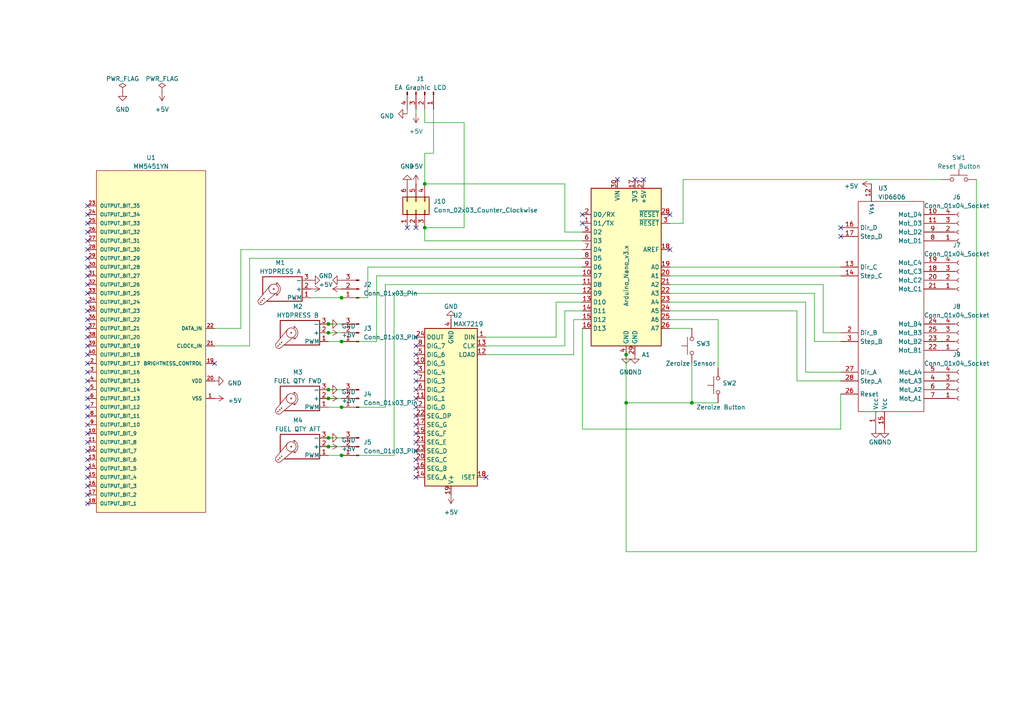
<source format=kicad_sch>
(kicad_sch (version 20230121) (generator eeschema)
  (paper "A4")
  (lib_symbols
    (symbol "Connector:Conn_01x03_Pin" (pin_names (offset 1.016) hide)
      (property "Reference" "J" (at 0 5.08 0))
      (property "Value" "Conn_01x03_Pin" (at 0 -5.08 0))
      (symbol "Conn_01x03_Pin_1_1"
        (polyline (pts (xy 1.27 -2.54) (xy 0.8636 -2.54)) (stroke (width 0.1524)))
        (polyline (pts (xy 1.27 0) (xy 0.8636 0)) (stroke (width 0.1524)))
        (polyline (pts (xy 1.27 2.54) (xy 0.8636 2.54)) (stroke (width 0.1524)))
        (rectangle (start 0.8636 -2.413) (end 0 -2.667) (stroke (width 0.1524)) (fill (type outline)))
        (rectangle (start 0.8636 0.127) (end 0 -0.127) (stroke (width 0.1524)) (fill (type outline)))
        (rectangle (start 0.8636 2.667) (end 0 2.413) (stroke (width 0.1524)) (fill (type outline)))
        (pin passive line (at 5.08 2.54 180) (length 3.81) (name "Pin_1") (number "1"))
        (pin passive line (at 5.08 0 180) (length 3.81) (name "Pin_2") (number "2"))
        (pin passive line (at 5.08 -2.54 180) (length 3.81) (name "Pin_3") (number "3"))
      )
    )
    (symbol "Connector:Conn_01x04_Pin" (pin_names (offset 1.016) hide)
      (property "Reference" "J" (at 0 5.08 0))
      (property "Value" "Conn_01x04_Pin" (at 0 -7.62 0))
      (symbol "Conn_01x04_Pin_1_1"
        (polyline (pts (xy 1.27 -5.08) (xy 0.8636 -5.08)) (stroke (width 0.1524)))
        (polyline (pts (xy 1.27 -2.54) (xy 0.8636 -2.54)) (stroke (width 0.1524)))
        (polyline (pts (xy 1.27 0) (xy 0.8636 0)) (stroke (width 0.1524)))
        (polyline (pts (xy 1.27 2.54) (xy 0.8636 2.54)) (stroke (width 0.1524)))
        (rectangle (start 0.8636 -4.953) (end 0 -5.207) (stroke (width 0.1524)) (fill (type outline)))
        (rectangle (start 0.8636 -2.413) (end 0 -2.667) (stroke (width 0.1524)) (fill (type outline)))
        (rectangle (start 0.8636 0.127) (end 0 -0.127) (stroke (width 0.1524)) (fill (type outline)))
        (rectangle (start 0.8636 2.667) (end 0 2.413) (stroke (width 0.1524)) (fill (type outline)))
        (pin passive line (at 5.08 2.54 180) (length 3.81) (name "Pin_1") (number "1"))
        (pin passive line (at 5.08 0 180) (length 3.81) (name "Pin_2") (number "2"))
        (pin passive line (at 5.08 -2.54 180) (length 3.81) (name "Pin_3") (number "3"))
        (pin passive line (at 5.08 -5.08 180) (length 3.81) (name "Pin_4") (number "4"))
      )
    )
    (symbol "Connector:Conn_01x04_Socket" (pin_names (offset 1.016) hide)
      (property "Reference" "J" (at 0 5.08 0))
      (property "Value" "Conn_01x04_Socket" (at 0 -7.62 0))
      (symbol "Conn_01x04_Socket_1_1"
        (arc (start 0 -4.572) (mid -0.5058 -5.08) (end 0 -5.588) (stroke (width 0.1524)))
        (arc (start 0 -2.032) (mid -0.5058 -2.54) (end 0 -3.048) (stroke (width 0.1524)))
        (polyline (pts (xy -1.27 -5.08) (xy -0.508 -5.08)) (stroke (width 0.1524)))
        (polyline (pts (xy -1.27 -2.54) (xy -0.508 -2.54)) (stroke (width 0.1524)))
        (polyline (pts (xy -1.27 0) (xy -0.508 0)) (stroke (width 0.1524)))
        (polyline (pts (xy -1.27 2.54) (xy -0.508 2.54)) (stroke (width 0.1524)))
        (arc (start 0 0.508) (mid -0.5058 0) (end 0 -0.508) (stroke (width 0.1524)))
        (arc (start 0 3.048) (mid -0.5058 2.54) (end 0 2.032) (stroke (width 0.1524)))
        (pin passive line (at -5.08 2.54 0) (length 3.81) (name "Pin_1") (number "1"))
        (pin passive line (at -5.08 0 0) (length 3.81) (name "Pin_2") (number "2"))
        (pin passive line (at -5.08 -2.54 0) (length 3.81) (name "Pin_3") (number "3"))
        (pin passive line (at -5.08 -5.08 0) (length 3.81) (name "Pin_4") (number "4"))
      )
    )
    (symbol "Connector_Generic:Conn_02x03_Counter_Clockwise" (pin_names (offset 1.016) hide)
      (property "Reference" "J" (at 1.27 5.08 0))
      (property "Value" "Conn_02x03_Counter_Clockwise" (at 1.27 -5.08 0))
      (symbol "Conn_02x03_Counter_Clockwise_1_1"
        (rectangle (start -1.27 -2.413) (end 0 -2.667) (stroke (width 0.1524)))
        (rectangle (start -1.27 0.127) (end 0 -0.127) (stroke (width 0.1524)))
        (rectangle (start -1.27 2.667) (end 0 2.413) (stroke (width 0.1524)))
        (rectangle (start -1.27 3.81) (end 3.81 -3.81) (stroke (width 0.254)) (fill (type background)))
        (rectangle (start 3.81 -2.413) (end 2.54 -2.667) (stroke (width 0.1524)))
        (rectangle (start 3.81 0.127) (end 2.54 -0.127) (stroke (width 0.1524)))
        (rectangle (start 3.81 2.667) (end 2.54 2.413) (stroke (width 0.1524)))
        (pin passive line (at -5.08 2.54 0) (length 3.81) (name "Pin_1") (number "1"))
        (pin passive line (at -5.08 0 0) (length 3.81) (name "Pin_2") (number "2"))
        (pin passive line (at -5.08 -2.54 0) (length 3.81) (name "Pin_3") (number "3"))
        (pin passive line (at 7.62 -2.54 180) (length 3.81) (name "Pin_4") (number "4"))
        (pin passive line (at 7.62 0 180) (length 3.81) (name "Pin_5") (number "5"))
        (pin passive line (at 7.62 2.54 180) (length 3.81) (name "Pin_6") (number "6"))
      )
    )
    (symbol "Driver_LED:MAX7219"
      (property "Reference" "U" (at -6.35 24.13 0))
      (property "Value" "MAX7219" (at 1.27 25.4 0))
      (symbol "MAX7219_0_1"
        (rectangle (start -7.62 22.86) (end 7.62 -22.86) (stroke (width 0.254)) (fill (type background)))
      )
      (symbol "MAX7219_1_1"
        (pin input line (at -10.16 -20.32 0) (length 2.54) (name "DIN") (number "1"))
        (pin output line (at 10.16 -12.7 180) (length 2.54) (name "DIG_5") (number "10"))
        (pin output line (at 10.16 -2.54 180) (length 2.54) (name "DIG_1") (number "11"))
        (pin input line (at -10.16 -15.24 0) (length 2.54) (name "LOAD") (number "12"))
        (pin input line (at -10.16 -17.78 0) (length 2.54) (name "CLK") (number "13"))
        (pin output line (at 10.16 20.32 180) (length 2.54) (name "SEG_A") (number "14"))
        (pin output line (at 10.16 7.62 180) (length 2.54) (name "SEG_F") (number "15"))
        (pin output line (at 10.16 17.78 180) (length 2.54) (name "SEG_B") (number "16"))
        (pin output line (at 10.16 5.08 180) (length 2.54) (name "SEG_G") (number "17"))
        (pin input line (at -10.16 20.32 0) (length 2.54) (name "ISET") (number "18"))
        (pin power_in line (at 0 25.4 270) (length 2.54) (name "V+") (number "19"))
        (pin output line (at 10.16 0 180) (length 2.54) (name "DIG_0") (number "2"))
        (pin output line (at 10.16 15.24 180) (length 2.54) (name "SEG_C") (number "20"))
        (pin output line (at 10.16 10.16 180) (length 2.54) (name "SEG_E") (number "21"))
        (pin output line (at 10.16 2.54 180) (length 2.54) (name "SEG_DP") (number "22"))
        (pin output line (at 10.16 12.7 180) (length 2.54) (name "SEG_D") (number "23"))
        (pin output line (at 10.16 -20.32 180) (length 2.54) (name "DOUT") (number "24"))
        (pin output line (at 10.16 -10.16 180) (length 2.54) (name "DIG_4") (number "3"))
        (pin power_in line (at 0 -25.4 90) (length 2.54) (name "GND") (number "4"))
        (pin output line (at 10.16 -15.24 180) (length 2.54) (name "DIG_6") (number "5"))
        (pin output line (at 10.16 -5.08 180) (length 2.54) (name "DIG_2") (number "6"))
        (pin output line (at 10.16 -7.62 180) (length 2.54) (name "DIG_3") (number "7"))
        (pin output line (at 10.16 -17.78 180) (length 2.54) (name "DIG_7") (number "8"))
        (pin passive line (at 0 -25.4 90) (length 2.54) hide (name "GND") (number "9"))
      )
    )
    (symbol "MCU_Module:Arduino_Nano_v3.x"
      (property "Reference" "A" (at -10.16 23.495 0))
      (property "Value" "Arduino_Nano_v3.x" (at 5.08 -24.13 0))
      (symbol "Arduino_Nano_v3.x_0_1"
        (rectangle (start -10.16 22.86) (end 10.16 -22.86) (stroke (width 0.254)) (fill (type background)))
      )
      (symbol "Arduino_Nano_v3.x_1_1"
        (pin bidirectional line (at -12.7 12.7 0) (length 2.54) (name "D1/TX") (number "1"))
        (pin bidirectional line (at -12.7 -2.54 0) (length 2.54) (name "D7") (number "10"))
        (pin bidirectional line (at -12.7 -5.08 0) (length 2.54) (name "D8") (number "11"))
        (pin bidirectional line (at -12.7 -7.62 0) (length 2.54) (name "D9") (number "12"))
        (pin bidirectional line (at -12.7 -10.16 0) (length 2.54) (name "D10") (number "13"))
        (pin bidirectional line (at -12.7 -12.7 0) (length 2.54) (name "D11") (number "14"))
        (pin bidirectional line (at -12.7 -15.24 0) (length 2.54) (name "D12") (number "15"))
        (pin bidirectional line (at -12.7 -17.78 0) (length 2.54) (name "D13") (number "16"))
        (pin power_out line (at 2.54 25.4 270) (length 2.54) (name "3V3") (number "17"))
        (pin input line (at 12.7 5.08 180) (length 2.54) (name "AREF") (number "18"))
        (pin bidirectional line (at 12.7 0 180) (length 2.54) (name "A0") (number "19"))
        (pin bidirectional line (at -12.7 15.24 0) (length 2.54) (name "D0/RX") (number "2"))
        (pin bidirectional line (at 12.7 -2.54 180) (length 2.54) (name "A1") (number "20"))
        (pin bidirectional line (at 12.7 -5.08 180) (length 2.54) (name "A2") (number "21"))
        (pin bidirectional line (at 12.7 -7.62 180) (length 2.54) (name "A3") (number "22"))
        (pin bidirectional line (at 12.7 -10.16 180) (length 2.54) (name "A4") (number "23"))
        (pin bidirectional line (at 12.7 -12.7 180) (length 2.54) (name "A5") (number "24"))
        (pin bidirectional line (at 12.7 -15.24 180) (length 2.54) (name "A6") (number "25"))
        (pin bidirectional line (at 12.7 -17.78 180) (length 2.54) (name "A7") (number "26"))
        (pin power_out line (at 5.08 25.4 270) (length 2.54) (name "+5V") (number "27"))
        (pin input line (at 12.7 15.24 180) (length 2.54) (name "~{RESET}") (number "28"))
        (pin power_in line (at 2.54 -25.4 90) (length 2.54) (name "GND") (number "29"))
        (pin input line (at 12.7 12.7 180) (length 2.54) (name "~{RESET}") (number "3"))
        (pin power_in line (at -2.54 25.4 270) (length 2.54) (name "VIN") (number "30"))
        (pin power_in line (at 0 -25.4 90) (length 2.54) (name "GND") (number "4"))
        (pin bidirectional line (at -12.7 10.16 0) (length 2.54) (name "D2") (number "5"))
        (pin bidirectional line (at -12.7 7.62 0) (length 2.54) (name "D3") (number "6"))
        (pin bidirectional line (at -12.7 5.08 0) (length 2.54) (name "D4") (number "7"))
        (pin bidirectional line (at -12.7 2.54 0) (length 2.54) (name "D5") (number "8"))
        (pin bidirectional line (at -12.7 0 0) (length 2.54) (name "D6") (number "9"))
      )
    )
    (symbol "Motor:Motor_Servo" (pin_names (offset 0.0254))
      (property "Reference" "M" (at -5.08 4.445 0))
      (property "Value" "Motor_Servo" (at -5.08 -4.064 0))
      (symbol "Motor_Servo_0_1"
        (polyline (pts (xy 2.413 -1.778) (xy 2.032 -1.778)))
        (polyline (pts (xy 2.413 -1.778) (xy 2.286 -1.397)))
        (polyline (pts (xy 2.413 1.778) (xy 1.905 1.778)))
        (polyline (pts (xy 2.413 1.778) (xy 2.286 1.397)))
        (polyline (pts (xy 6.35 4.445) (xy 2.54 1.27)))
        (polyline (pts (xy 7.62 3.175) (xy 4.191 -1.016)))
        (polyline (pts (xy 5.08 3.556) (xy -5.08 3.556) (xy -5.08 -3.556) (xy 6.35 -3.556) (xy 6.35 1.524)) (stroke (width 0.254)))
        (arc (start 2.413 1.778) (mid 1.2406 0) (end 2.413 -1.778))
        (circle (center 3.175 0) (radius 0.1778))
        (circle (center 3.175 0) (radius 1.4224))
        (circle (center 5.969 2.794) (radius 0.127))
        (circle (center 6.477 3.302) (radius 0.127))
        (circle (center 6.985 3.81) (radius 0.127))
        (arc (start 7.62 3.175) (mid 7.4485 4.2735) (end 6.35 4.445))
      )
      (symbol "Motor_Servo_1_1"
        (pin passive line (at -7.62 2.54 0) (length 2.54) (name "PWM") (number "1"))
        (pin passive line (at -7.62 0 0) (length 2.54) (name "+") (number "2"))
        (pin passive line (at -7.62 -2.54 0) (length 2.54) (name "-") (number "3"))
      )
    )
    (symbol "Switch:SW_Push" (pin_numbers hide) (pin_names (offset 1.016) hide)
      (property "Reference" "SW" (at 1.27 2.54 0))
      (property "Value" "SW_Push" (at 0 -1.524 0))
      (symbol "SW_Push_0_1"
        (circle (center -2.032 0) (radius 0.508))
        (polyline (pts (xy 0 1.27) (xy 0 3.048)))
        (polyline (pts (xy 2.54 1.27) (xy -2.54 1.27)))
        (circle (center 2.032 0) (radius 0.508))
        (pin passive line (at -5.08 0 0) (length 2.54) (name "1") (number "1"))
        (pin passive line (at 5.08 0 180) (length 2.54) (name "2") (number "2"))
      )
    )
    (symbol "eec:MM5451YN" (pin_names (offset 1.016))
      (property "Reference" "U" (at 0 5.08 0))
      (property "Value" "MM5451YN" (at 0 7.62 0))
      (symbol "MM5451YN_1_1"
        (rectangle (start 36.83 2.54) (end 68.58 -96.52) (fill (type background)))
        (pin power_in line (at 34.29 -30.48 0) (length 2.54) (name "VSS") (number "1"))
        (pin output line (at 71.12 -20.32 180) (length 2.54) (name "OUTPUT_BIT_9") (number "10"))
        (pin output line (at 71.12 -17.78 180) (length 2.54) (name "OUTPUT_BIT_8") (number "11"))
        (pin output line (at 71.12 -15.24 180) (length 2.54) (name "OUTPUT_BIT_7") (number "12"))
        (pin output line (at 71.12 -12.7 180) (length 2.54) (name "OUTPUT_BIT_6") (number "13"))
        (pin output line (at 71.12 -10.16 180) (length 2.54) (name "OUTPUT_BIT_5") (number "14"))
        (pin output line (at 71.12 -7.62 180) (length 2.54) (name "OUTPUT_BIT_4") (number "15"))
        (pin output line (at 71.12 -5.08 180) (length 2.54) (name "OUTPUT_BIT_3") (number "16"))
        (pin output line (at 71.12 -2.54 180) (length 2.54) (name "OUTPUT_BIT_2") (number "17"))
        (pin output line (at 71.12 0 180) (length 2.54) (name "OUTPUT_BIT_1") (number "18"))
        (pin passive line (at 34.29 -40.64 0) (length 2.54) (name "BRIGHTNESS_CONTROL") (number "19"))
        (pin output line (at 71.12 -40.64 180) (length 2.54) (name "OUTPUT_BIT_17") (number "2"))
        (pin power_in line (at 34.29 -35.56 0) (length 2.54) (name "VDD") (number "20"))
        (pin input line (at 34.29 -45.72 0) (length 2.54) (name "CLOCK_IN") (number "21"))
        (pin input line (at 34.29 -50.8 0) (length 2.54) (name "DATA_IN") (number "22"))
        (pin output line (at 71.12 -86.36 180) (length 2.54) (name "OUTPUT_BIT_35") (number "23"))
        (pin output line (at 71.12 -83.82 180) (length 2.54) (name "OUTPUT_BIT_34") (number "24"))
        (pin output line (at 71.12 -81.28 180) (length 2.54) (name "OUTPUT_BIT_33") (number "25"))
        (pin output line (at 71.12 -78.74 180) (length 2.54) (name "OUTPUT_BIT_32") (number "26"))
        (pin output line (at 71.12 -76.2 180) (length 2.54) (name "OUTPUT_BIT_31") (number "27"))
        (pin output line (at 71.12 -73.66 180) (length 2.54) (name "OUTPUT_BIT_30") (number "28"))
        (pin output line (at 71.12 -71.12 180) (length 2.54) (name "OUTPUT_BIT_29") (number "29"))
        (pin output line (at 71.12 -38.1 180) (length 2.54) (name "OUTPUT_BIT_16") (number "3"))
        (pin output line (at 71.12 -68.58 180) (length 2.54) (name "OUTPUT_BIT_28") (number "30"))
        (pin output line (at 71.12 -66.04 180) (length 2.54) (name "OUTPUT_BIT_27") (number "31"))
        (pin output line (at 71.12 -63.5 180) (length 2.54) (name "OUTPUT_BIT_26") (number "32"))
        (pin output line (at 71.12 -60.96 180) (length 2.54) (name "OUTPUT_BIT_25") (number "33"))
        (pin output line (at 71.12 -58.42 180) (length 2.54) (name "OUTPUT_BIT_24") (number "34"))
        (pin output line (at 71.12 -55.88 180) (length 2.54) (name "OUTPUT_BIT_23") (number "35"))
        (pin output line (at 71.12 -53.34 180) (length 2.54) (name "OUTPUT_BIT_22") (number "36"))
        (pin output line (at 71.12 -50.8 180) (length 2.54) (name "OUTPUT_BIT_21") (number "37"))
        (pin input line (at 71.12 -48.26 180) (length 2.54) (name "OUTPUT_BIT_20") (number "38"))
        (pin input line (at 71.12 -45.72 180) (length 2.54) (name "OUTPUT_BIT_19") (number "39"))
        (pin output line (at 71.12 -35.56 180) (length 2.54) (name "OUTPUT_BIT_15") (number "4"))
        (pin input line (at 71.12 -43.18 180) (length 2.54) (name "OUTPUT_BIT_18") (number "40"))
        (pin output line (at 71.12 -33.02 180) (length 2.54) (name "OUTPUT_BIT_14") (number "5"))
        (pin output line (at 71.12 -30.48 180) (length 2.54) (name "OUTPUT_BIT_13") (number "6"))
        (pin output line (at 71.12 -27.94 180) (length 2.54) (name "OUTPUT_BIT_12") (number "7"))
        (pin output line (at 71.12 -25.4 180) (length 2.54) (name "OUTPUT_BIT_11") (number "8"))
        (pin output line (at 71.12 -22.86 180) (length 2.54) (name "OUTPUT_BIT_10") (number "9"))
      )
    )
    (symbol "power:+5V" (power) (pin_names (offset 0))
      (property "Value" "+5V" (at 0 3.556 0))
      (symbol "+5V_0_1"
        (polyline (pts (xy -0.762 1.27) (xy 0 2.54)))
        (polyline (pts (xy 0 0) (xy 0 2.54)))
        (polyline (pts (xy 0 2.54) (xy 0.762 1.27)))
      )
      (symbol "+5V_1_1"
        (pin power_in line (at 0 0 90) (length 0) hide (name "+5V") (number "1"))
      )
    )
    (symbol "power:GND" (power) (pin_names (offset 0))
      (property "Value" "GND" (at 0 -3.81 0))
      (symbol "GND_0_1"
        (polyline (pts (xy 0 0) (xy 0 -1.27) (xy 1.27 -1.27) (xy 0 -2.54) (xy -1.27 -1.27) (xy 0 -1.27)))
      )
      (symbol "GND_1_1"
        (pin power_in line (at 0 0 270) (length 0) hide (name "GND") (number "1"))
      )
    )
    (symbol "power:PWR_FLAG" (power) (pin_numbers hide) (pin_names (offset 0) hide)
      (property "Value" "PWR_FLAG" (at 0 3.81 0))
      (symbol "PWR_FLAG_0_0"
        (pin power_out line (at 0 0 90) (length 0) (name "pwr") (number "1"))
      )
      (symbol "PWR_FLAG_0_1"
        (polyline (pts (xy 0 0) (xy 0 1.27) (xy -1.016 1.905) (xy 0 2.54) (xy 1.016 1.905) (xy 0 1.27)))
      )
    )
    (symbol "vid6606:VID6606"
      (property "Reference" "U3" (at -3.0606 -32.3834 0))
      (property "Value" "VID6606" (at -3.0606 -34.9203 0))
      (symbol "VID6606_0_1"
        (rectangle (start -8.89 30.48) (end 10.16 -30.48))
      )
      (symbol "VID6606_1_1"
        (pin power_in line (at -3.81 35.56 270) (length 5.08) (name "Vcc") (number "1"))
        (pin output line (at 15.24 -26.67 180) (length 5.08) (name "Mot_D4") (number "10"))
        (pin output line (at 15.24 -24.13 180) (length 5.08) (name "Mot_D3") (number "11"))
        (pin power_in line (at -5.08 -35.56 90) (length 5.08) (name "Vss") (number "12"))
        (pin input line (at -13.97 -11.43 0) (length 5.08) (name "Dir_C") (number "13"))
        (pin input line (at -13.97 -8.89 0) (length 5.08) (name "Step_C") (number "14"))
        (pin power_in line (at -1.27 35.56 270) (length 5.08) (name "Vcc") (number "15"))
        (pin input line (at -13.97 -22.86 0) (length 5.08) (name "Dir_D") (number "16"))
        (pin input line (at -13.97 -20.32 0) (length 5.08) (name "Step_D") (number "17"))
        (pin output line (at 15.24 -10.16 180) (length 5.08) (name "Mot_C3") (number "18"))
        (pin output line (at 15.24 -12.7 180) (length 5.08) (name "Mot_C4") (number "19"))
        (pin input line (at -13.97 7.62 0) (length 5.08) (name "Dir_B") (number "2"))
        (pin output line (at 15.24 -7.62 180) (length 5.08) (name "Mot_C2") (number "20"))
        (pin output line (at 15.24 -5.08 180) (length 5.08) (name "Mot_C1") (number "21"))
        (pin output line (at 15.24 12.7 180) (length 5.08) (name "Mot_B1") (number "22"))
        (pin output line (at 15.24 10.16 180) (length 5.08) (name "Mot_B2") (number "23"))
        (pin output line (at 15.24 5.08 180) (length 5.08) (name "Mot_B4") (number "24"))
        (pin output line (at 15.24 7.62 180) (length 5.08) (name "Mot_B3") (number "25"))
        (pin input line (at -13.97 25.4 0) (length 5.08) (name "Reset") (number "26"))
        (pin input line (at -13.97 19.05 0) (length 5.08) (name "Dir_A") (number "27"))
        (pin input line (at -13.97 21.59 0) (length 5.08) (name "Step_A") (number "28"))
        (pin input line (at -13.97 10.16 0) (length 5.08) (name "Step_B") (number "3"))
        (pin output line (at 15.24 21.59 180) (length 5.08) (name "Mot_A3") (number "4"))
        (pin output line (at 15.24 19.05 180) (length 5.08) (name "Mot_A4") (number "5"))
        (pin output line (at 15.24 24.13 180) (length 5.08) (name "Mot_A2") (number "6"))
        (pin output line (at 15.24 26.67 180) (length 5.08) (name "Mot_A1") (number "7"))
        (pin output line (at 15.24 -19.05 180) (length 5.08) (name "Mot_D1") (number "8"))
        (pin output line (at 15.24 -21.59 180) (length 5.08) (name "Mot_D2") (number "9"))
      )
    )
  )
  (junction (at 123.19 66.04))
  (junction (at 99.06 132.08))
  (junction (at 181.61 116.84))
  (junction (at 99.06 118.11))
  (junction (at 95.25 96.52))
  (junction (at 200.66 116.84))
  (junction (at 95.25 113.03))
  (junction (at 99.06 99.06))
  (junction (at 123.19 53.34))
  (junction (at 181.61 102.87))
  (junction (at 95.25 129.54))
  (junction (at 95.25 127))
  (junction (at 99.06 86.36))
  (junction (at 95.25 115.57))
  (junction (at 95.25 93.98))
  (no_connect (at 25.4 138.43))
  (no_connect (at 25.4 92.71))
  (no_connect (at 25.4 125.73))
  (no_connect (at 25.4 143.51))
  (no_connect (at 120.65 102.87))
  (no_connect (at 25.4 62.23))
  (no_connect (at 186.69 52.07))
  (no_connect (at 25.4 123.19))
  (no_connect (at 179.07 52.07))
  (no_connect (at 25.4 146.05))
  (no_connect (at 184.15 52.07))
  (no_connect (at 25.4 107.95))
  (no_connect (at 25.4 140.97))
  (no_connect (at 120.65 138.43))
  (no_connect (at 25.4 135.89))
  (no_connect (at 25.4 115.57))
  (no_connect (at 120.65 105.41))
  (no_connect (at 25.4 59.69))
  (no_connect (at 25.4 130.81))
  (no_connect (at 25.4 90.17))
  (no_connect (at 25.4 105.41))
  (no_connect (at 120.65 128.27))
  (no_connect (at 25.4 128.27))
  (no_connect (at 25.4 77.47))
  (no_connect (at 168.91 62.23))
  (no_connect (at 118.11 66.04))
  (no_connect (at 25.4 82.55))
  (no_connect (at 194.31 72.39))
  (no_connect (at 25.4 72.39))
  (no_connect (at 25.4 120.65))
  (no_connect (at 120.65 120.65))
  (no_connect (at 120.65 110.49))
  (no_connect (at 25.4 64.77))
  (no_connect (at 120.65 107.95))
  (no_connect (at 25.4 69.85))
  (no_connect (at 25.4 85.09))
  (no_connect (at 140.97 138.43))
  (no_connect (at 168.91 64.77))
  (no_connect (at 25.4 67.31))
  (no_connect (at 25.4 133.35))
  (no_connect (at 25.4 113.03))
  (no_connect (at 25.4 118.11))
  (no_connect (at 120.65 97.79))
  (no_connect (at 120.65 66.04))
  (no_connect (at 120.65 118.11))
  (no_connect (at 120.65 100.33))
  (no_connect (at 120.65 123.19))
  (no_connect (at 120.65 130.81))
  (no_connect (at 25.4 102.87))
  (no_connect (at 25.4 80.01))
  (no_connect (at 243.84 68.58))
  (no_connect (at 120.65 113.03))
  (no_connect (at 25.4 87.63))
  (no_connect (at 25.4 97.79))
  (no_connect (at 25.4 100.33))
  (no_connect (at 25.4 110.49))
  (no_connect (at 243.84 66.04))
  (no_connect (at 194.31 62.23))
  (no_connect (at 62.23 105.41))
  (no_connect (at 120.65 125.73))
  (no_connect (at 25.4 74.93))
  (no_connect (at 120.65 133.35))
  (no_connect (at 120.65 115.57))
  (no_connect (at 120.65 135.89))
  (no_connect (at 25.4 95.25))
  (wire (pts (xy 168.91 87.63) (xy 161.29 87.63)))
  (wire (pts (xy 95.25 115.57) (xy 99.06 115.57)))
  (wire (pts (xy 200.66 116.84) (xy 208.28 116.84)))
  (wire (pts (xy 168.91 74.93) (xy 72.39 74.93)))
  (wire (pts (xy 163.83 53.34) (xy 163.83 67.31)))
  (wire (pts (xy 123.19 69.85) (xy 123.19 66.04)))
  (wire (pts (xy 231.14 90.17) (xy 231.14 110.49)))
  (wire (pts (xy 194.31 85.09) (xy 236.22 85.09)))
  (wire (pts (xy 233.68 107.95) (xy 243.84 107.95)))
  (wire (pts (xy 118.11 31.75) (xy 118.11 33.02)))
  (wire (pts (xy 198.12 52.07) (xy 273.05 52.07)))
  (wire (pts (xy 163.83 90.17) (xy 163.83 100.33)))
  (wire (pts (xy 161.29 97.79) (xy 140.97 97.79)))
  (wire (pts (xy 194.31 80.01) (xy 243.84 80.01)))
  (wire (pts (xy 166.37 92.71) (xy 166.37 102.87)))
  (wire (pts (xy 231.14 110.49) (xy 243.84 110.49)))
  (wire (pts (xy 194.31 77.47) (xy 243.84 77.47)))
  (wire (pts (xy 236.22 85.09) (xy 236.22 99.06)))
  (wire (pts (xy 168.91 80.01) (xy 109.22 80.01)))
  (wire (pts (xy 168.91 69.85) (xy 123.19 69.85)))
  (wire (pts (xy 163.83 67.31) (xy 168.91 67.31)))
  (wire (pts (xy 181.61 116.84) (xy 181.61 160.02)))
  (wire (pts (xy 194.31 82.55) (xy 238.76 82.55)))
  (wire (pts (xy 168.91 92.71) (xy 166.37 92.71)))
  (wire (pts (xy 95.25 93.98) (xy 99.06 93.98)))
  (wire (pts (xy 106.68 86.36) (xy 99.06 86.36)))
  (wire (pts (xy 194.31 95.25) (xy 200.66 95.25)))
  (wire (pts (xy 93.98 113.03) (xy 95.25 113.03)))
  (wire (pts (xy 123.19 44.45) (xy 123.19 53.34)))
  (wire (pts (xy 111.76 118.11) (xy 99.06 118.11)))
  (wire (pts (xy 168.91 72.39) (xy 69.85 72.39)))
  (wire (pts (xy 238.76 96.52) (xy 243.84 96.52)))
  (wire (pts (xy 125.73 31.75) (xy 125.73 44.45)))
  (wire (pts (xy 72.39 74.93) (xy 72.39 100.33)))
  (wire (pts (xy 123.19 53.34) (xy 163.83 53.34)))
  (wire (pts (xy 123.19 31.75) (xy 123.19 35.56)))
  (wire (pts (xy 69.85 72.39) (xy 69.85 95.25)))
  (wire (pts (xy 181.61 102.87) (xy 181.61 116.84)))
  (wire (pts (xy 92.71 115.57) (xy 95.25 115.57)))
  (wire (pts (xy 99.06 99.06) (xy 95.25 99.06)))
  (wire (pts (xy 114.3 85.09) (xy 114.3 132.08)))
  (wire (pts (xy 194.31 90.17) (xy 231.14 90.17)))
  (wire (pts (xy 198.12 52.07) (xy 198.12 64.77)))
  (wire (pts (xy 99.06 118.11) (xy 95.25 118.11)))
  (wire (pts (xy 168.91 82.55) (xy 111.76 82.55)))
  (wire (pts (xy 168.91 124.46) (xy 243.84 124.46)))
  (wire (pts (xy 95.25 113.03) (xy 99.06 113.03)))
  (wire (pts (xy 168.91 90.17) (xy 163.83 90.17)))
  (wire (pts (xy 134.62 66.04) (xy 123.19 66.04)))
  (wire (pts (xy 92.71 129.54) (xy 95.25 129.54)))
  (wire (pts (xy 194.31 87.63) (xy 233.68 87.63)))
  (wire (pts (xy 243.84 124.46) (xy 243.84 114.3)))
  (wire (pts (xy 200.66 116.84) (xy 181.61 116.84)))
  (wire (pts (xy 111.76 82.55) (xy 111.76 118.11)))
  (wire (pts (xy 125.73 44.45) (xy 123.19 44.45)))
  (wire (pts (xy 238.76 82.55) (xy 238.76 96.52)))
  (wire (pts (xy 233.68 87.63) (xy 233.68 107.95)))
  (wire (pts (xy 208.28 106.68) (xy 208.28 92.71)))
  (wire (pts (xy 95.25 96.52) (xy 99.06 96.52)))
  (wire (pts (xy 99.06 132.08) (xy 95.25 132.08)))
  (wire (pts (xy 168.91 95.25) (xy 168.91 124.46)))
  (wire (pts (xy 120.65 31.75) (xy 120.65 33.02)))
  (wire (pts (xy 168.91 85.09) (xy 114.3 85.09)))
  (wire (pts (xy 161.29 87.63) (xy 161.29 97.79)))
  (wire (pts (xy 69.85 95.25) (xy 62.23 95.25)))
  (wire (pts (xy 200.66 105.41) (xy 200.66 116.84)))
  (wire (pts (xy 236.22 99.06) (xy 243.84 99.06)))
  (wire (pts (xy 208.28 92.71) (xy 194.31 92.71)))
  (wire (pts (xy 283.21 160.02) (xy 181.61 160.02)))
  (wire (pts (xy 106.68 77.47) (xy 106.68 86.36)))
  (wire (pts (xy 198.12 64.77) (xy 194.31 64.77)))
  (wire (pts (xy 92.71 127) (xy 95.25 127)))
  (wire (pts (xy 283.21 52.07) (xy 283.21 160.02)))
  (wire (pts (xy 109.22 80.01) (xy 109.22 99.06)))
  (wire (pts (xy 90.17 86.36) (xy 99.06 86.36)))
  (wire (pts (xy 95.25 129.54) (xy 99.06 129.54)))
  (wire (pts (xy 114.3 132.08) (xy 99.06 132.08)))
  (wire (pts (xy 134.62 35.56) (xy 134.62 66.04)))
  (wire (pts (xy 109.22 99.06) (xy 99.06 99.06)))
  (wire (pts (xy 168.91 77.47) (xy 106.68 77.47)))
  (wire (pts (xy 95.25 127) (xy 99.06 127)))
  (wire (pts (xy 166.37 102.87) (xy 140.97 102.87)))
  (wire (pts (xy 123.19 35.56) (xy 134.62 35.56)))
  (wire (pts (xy 163.83 100.33) (xy 140.97 100.33)))
  (wire (pts (xy 62.23 100.33) (xy 72.39 100.33)))
  (symbol (lib_id "power:+5V") (at 95.25 96.52 270) (unit 1)
    (property "Reference" "#PWR05" (effects hide))
    (property "Value" "+5V" (at 99.06 97.155 90) (effects (justify left)))
  )
  (symbol (lib_id "power:GND") (at 90.17 81.28 90) (unit 1)
    (property "Reference" "#PWR012" (effects hide))
    (property "Value" "GND" (effects hide))
  )
  (symbol (lib_id "power:GND") (at 254 124.46 0) (mirror y) (unit 1)
    (property "Reference" "#PWR020" (effects hide))
    (property "Value" "GND" (at 254 128.27 0))
  )
  (symbol (lib_id "power:GND") (at 184.15 102.87 0) (unit 1)
    (property "Reference" "#PWR018" (effects hide))
    (property "Value" "GND" (at 184.15 107.95 0))
  )
  (symbol (lib_id "Connector:Conn_01x04_Socket") (at 278.13 67.31 0) (mirror x) (unit 1)
    (property "Reference" "J6" (at 277.495 57.15 0))
    (property "Value" "Conn_01x04_Socket" (at 277.495 59.69 0))
  )
  (symbol (lib_id "power:GND") (at 118.11 53.34 180) (unit 1)
    (property "Reference" "#PWR023" (effects hide))
    (property "Value" "GND" (at 118.11 48.26 0))
  )
  (symbol (lib_id "Motor:Motor_Servo") (at 82.55 83.82 180) (unit 1)
    (property "Reference" "M1" (at 81.2911 76.2 0))
    (property "Value" "HYDPRESS A" (at 81.2911 78.74 0))
    (property "Datasheet" "http://forums.parallax.com/uploads/attachments/46831/74481.png" (effects hide))
  )
  (symbol (lib_id "power:+5V") (at 120.65 53.34 0) (unit 1)
    (property "Reference" "#PWR022" (effects hide))
    (property "Value" "+5V" (at 120.65 48.26 0))
  )
  (symbol (lib_id "power:GND") (at 99.06 81.28 270) (mirror x) (unit 1)
    (property "Reference" "#PWR024" (effects hide))
    (property "Value" "GND" (at 96.52 80.01 90) (effects (justify right)))
  )
  (symbol (lib_id "power:GND") (at 95.25 127 90) (unit 1)
    (property "Reference" "#PWR015" (effects hide))
    (property "Value" "GND" (at 99.06 127.635 90) (effects (justify right)))
  )
  (symbol (lib_id "Connector:Conn_01x04_Socket") (at 278.13 99.06 0) (mirror x) (unit 1)
    (property "Reference" "J8" (at 277.495 88.9 0))
    (property "Value" "Conn_01x04_Socket" (at 277.495 91.44 0))
  )
  (symbol (lib_id "Motor:Motor_Servo") (at 87.63 129.54 180) (unit 1)
    (property "Reference" "M4" (at 86.3711 121.92 0))
    (property "Value" "FUEL QTY AFT" (at 86.3711 124.46 0))
    (property "Datasheet" "http://forums.parallax.com/uploads/attachments/46831/74481.png" (effects hide))
  )
  (symbol (lib_id "Switch:SW_Push") (at 278.13 52.07 0) (unit 1)
    (property "Reference" "SW1" (at 278.13 45.72 0))
    (property "Value" "Reset Button" (at 278.13 48.26 0))
  )
  (symbol (lib_id "Connector:Conn_01x04_Pin") (at 123.19 26.67 270) (unit 1)
    (property "Reference" "J1" (at 121.92 22.86 90))
    (property "Value" "EA Graphic LCD" (at 121.92 25.4 90))
  )
  (symbol (lib_id "power:+5V") (at 120.65 33.02 180) (unit 1)
    (property "Reference" "#PWR07" (effects hide))
    (property "Value" "+5V" (at 120.65 38.1 0))
  )
  (symbol (lib_id "eec:MM5451YN") (at 96.52 146.05 180) (unit 1)
    (property "Reference" "U1" (at 43.815 45.72 0))
    (property "Value" "MM5451YN" (at 43.815 48.26 0))
    (property "Footprint" "Micrel-PDIP-40LD-PL-1-0-0-*" (effects hide))
    (property "Datasheet" "https://ww1.microchip.com/downloads/en/DeviceDoc/20005651A.pdf" (effects hide))
    (property "ambient temperature range high" "+85°C" (effects hide))
    (property "ambient temperature range low" "-40°C" (effects hide))
    (property "automotive" "No" (effects hide))
    (property "category" "IC" (effects hide))
    (property "device class L1" "Integrated Circuits (ICs)" (effects hide))
    (property "device class L2" "Power Management ICs" (effects hide))
    (property "device class L3" "LED Drivers" (effects hide))
    (property "digikey description" "IC DRVR DISPLAY LED 40DIP" (effects hide))
    (property "digikey part number" "576-1343-ND" (effects hide))
    (property "footprint url" "https://ww1.microchip.com/downloads/en/PackagingSpec/00000049CH.pdf" (effects hide))
    (property "height" "0.145inch" (effects hide))
    (property "ipc land pattern name" "DIP1556W46P254L5207H368Q40" (effects hide))
    (property "lead free" "Yes" (effects hide))
    (property "library id" "89d9e120de4c9434" (effects hide))
    (property "manufacturer" "Micrel" (effects hide))
    (property "max junction temp" "+150°C" (effects hide))
    (property "max power dissipation" "1W" (effects hide))
    (property "max supply voltage" "11V" (effects hide))
    (property "min supply voltage" "4.75V" (effects hide))
    (property "mouser description" "LED Display Drivers LED Display Driver" (effects hide))
    (property "mouser part number" "998-MM5451YN" (effects hide))
    (property "nominal supply current" "10mA" (effects hide))
    (property "number of outputs" "35" (effects hide))
    (property "output current" "2.7mA" (effects hide))
    (property "package" "PDIP40" (effects hide))
    (property "rohs" "Yes" (effects hide))
    (property "standoff height" "0.015inch" (effects hide))
    (property "temperature range high" "+85°C" (effects hide))
    (property "temperature range low" "-40°C" (effects hide))
  )
  (symbol (lib_id "power:GND") (at 181.61 102.87 0) (unit 1)
    (property "Reference" "#PWR017" (effects hide))
    (property "Value" "GND" (at 181.61 107.95 0))
  )
  (symbol (lib_id "Motor:Motor_Servo") (at 87.63 96.52 180) (unit 1)
    (property "Reference" "M2" (at 86.3711 88.9 0))
    (property "Value" "HYDPRESS B" (at 86.3711 91.44 0))
    (property "Datasheet" "http://forums.parallax.com/uploads/attachments/46831/74481.png" (effects hide))
  )
  (symbol (lib_id "Connector_Generic:Conn_02x03_Counter_Clockwise") (at 120.65 60.96 90) (unit 1)
    (property "Reference" "J10" (at 125.73 58.42 90) (effects (justify right)))
    (property "Value" "Conn_02x03_Counter_Clockwise" (at 125.73 60.96 90) (effects (justify right)))
  )
  (symbol (lib_id "Connector:Conn_01x04_Socket") (at 278.13 81.28 0) (mirror x) (unit 1)
    (property "Reference" "J7" (at 277.495 71.12 0))
    (property "Value" "Conn_01x04_Socket" (at 277.495 73.66 0))
  )
  (symbol (lib_id "power:PWR_FLAG") (at 46.99 26.67 0) (unit 1)
    (property "Reference" "#FLG02" (effects hide))
    (property "Value" "PWR_FLAG" (at 46.99 22.86 0))
  )
  (symbol (lib_id "Switch:SW_Push") (at 208.28 111.76 90) (unit 1)
    (property "Reference" "SW2" (at 209.55 111.125 90) (effects (justify right)))
    (property "Value" "Zeroize Button" (at 201.93 118.11 90) (effects (justify right)))
  )
  (symbol (lib_id "power:+5V") (at 62.23 115.57 270) (unit 1)
    (property "Reference" "#PWR01" (effects hide))
    (property "Value" "+5V" (at 66.04 116.205 90) (effects (justify left)))
  )
  (symbol (lib_id "Connector:Conn_01x03_Pin") (at 104.14 83.82 180) (unit 1)
    (property "Reference" "J2" (at 105.41 82.55 0) (effects (justify right)))
    (property "Value" "Conn_01x03_Pin" (at 105.41 85.09 0) (effects (justify right)))
  )
  (symbol (lib_id "Driver_LED:MAX7219") (at 130.81 118.11 180) (unit 1)
    (property "Reference" "U2" (at 131.3941 91.44 0) (effects (justify right)))
    (property "Value" "MAX7219" (at 131.3941 93.98 0) (effects (justify right)))
    (property "Datasheet" "https://datasheets.maximintegrated.com/en/ds/MAX7219-MAX7221.pdf" (effects hide))
  )
  (symbol (lib_id "Connector:Conn_01x03_Pin") (at 104.14 115.57 180) (unit 1)
    (property "Reference" "J4" (at 105.41 114.3 0) (effects (justify right)))
    (property "Value" "Conn_01x03_Pin" (at 105.41 116.84 0) (effects (justify right)))
  )
  (symbol (lib_id "power:GND") (at 130.81 92.71 180) (unit 1)
    (property "Reference" "#PWR016" (effects hide))
    (property "Value" "GND" (at 130.81 88.9 0))
  )
  (symbol (lib_id "power:GND") (at 95.25 113.03 90) (unit 1)
    (property "Reference" "#PWR014" (effects hide))
    (property "Value" "GND" (at 99.06 113.665 90) (effects (justify right)))
  )
  (symbol (lib_id "power:GND") (at 95.25 93.98 90) (unit 1)
    (property "Reference" "#PWR013" (effects hide))
    (property "Value" "GND" (at 99.06 94.615 90) (effects (justify right)))
  )
  (symbol (lib_id "power:GND") (at 62.23 110.49 90) (unit 1)
    (property "Reference" "#PWR09" (effects hide))
    (property "Value" "GND" (at 66.04 111.125 90) (effects (justify right)))
  )
  (symbol (lib_id "Connector:Conn_01x04_Socket") (at 278.13 113.03 0) (mirror x) (unit 1)
    (property "Reference" "J9" (at 277.495 102.87 0))
    (property "Value" "Conn_01x04_Socket" (at 277.495 105.41 0))
  )
  (symbol (lib_id "vid6606:VID6606") (at 257.81 88.9 0) (mirror x) (unit 1)
    (property "Reference" "U3" (at 254.6859 54.61 0) (effects (justify left)))
    (property "Value" "VID6606" (at 254.6859 57.15 0) (effects (justify left)))
    (property "Footprint" "Package_SO:SOIC-28W_7.5x17.9mm_P1.27mm" (effects hide))
  )
  (symbol (lib_id "power:+5V") (at 99.06 83.82 90) (mirror x) (unit 1)
    (property "Reference" "#PWR025" (effects hide))
    (property "Value" "+5V" (at 96.52 82.55 90) (effects (justify left)))
  )
  (symbol (lib_id "power:GND") (at 35.56 26.67 0) (unit 1)
    (property "Reference" "#PWR010" (effects hide))
    (property "Value" "GND" (at 35.56 31.75 0))
  )
  (symbol (lib_id "Connector:Conn_01x03_Pin") (at 104.14 129.54 180) (unit 1)
    (property "Reference" "J5" (at 105.41 128.27 0) (effects (justify right)))
    (property "Value" "Conn_01x03_Pin" (at 105.41 130.81 0) (effects (justify right)))
  )
  (symbol (lib_id "Switch:SW_Push") (at 200.66 100.33 90) (unit 1)
    (property "Reference" "SW3" (at 201.93 99.695 90) (effects (justify right)))
    (property "Value" "Zeroize Sensor" (at 193.04 105.41 90) (effects (justify right)))
  )
  (symbol (lib_id "power:+5V") (at 95.25 129.54 270) (unit 1)
    (property "Reference" "#PWR03" (effects hide))
    (property "Value" "+5V" (at 99.06 130.175 90) (effects (justify left)))
  )
  (symbol (lib_id "power:+5V") (at 130.81 143.51 180) (unit 1)
    (property "Reference" "#PWR06" (effects hide))
    (property "Value" "+5V" (at 130.81 148.59 0))
  )
  (symbol (lib_id "power:+5V") (at 90.17 83.82 270) (unit 1)
    (property "Reference" "#PWR04" (effects hide))
    (property "Value" "+5V" (effects hide))
  )
  (symbol (lib_id "power:GND") (at 256.54 124.46 0) (mirror y) (unit 1)
    (property "Reference" "#PWR021" (effects hide))
    (property "Value" "GND" (at 256.54 128.27 0))
  )
  (symbol (lib_id "power:+5V") (at 252.73 53.34 90) (mirror x) (unit 1)
    (property "Reference" "#PWR019" (effects hide))
    (property "Value" "+5V" (at 248.92 53.975 90) (effects (justify left)))
  )
  (symbol (lib_id "power:GND") (at 118.11 33.02 270) (unit 1)
    (property "Reference" "#PWR011" (effects hide))
    (property "Value" "GND" (at 114.3 33.655 90) (effects (justify right)))
  )
  (symbol (lib_id "Motor:Motor_Servo") (at 87.63 115.57 180) (unit 1)
    (property "Reference" "M3" (at 86.3711 107.95 0))
    (property "Value" "FUEL QTY FWD" (at 86.3711 110.49 0))
    (property "Datasheet" "http://forums.parallax.com/uploads/attachments/46831/74481.png" (effects hide))
  )
  (symbol (lib_id "power:PWR_FLAG") (at 35.56 26.67 0) (unit 1)
    (property "Reference" "#FLG01" (effects hide))
    (property "Value" "PWR_FLAG" (at 35.56 22.86 0))
  )
  (symbol (lib_id "MCU_Module:Arduino_Nano_v3.x") (at 181.61 77.47 0) (unit 1)
    (property "Reference" "A1" (at 186.1059 102.87 0) (effects (justify left)))
    (property "Value" "Arduino_Nano_v3.x" (at 181.61 88.9 90) (effects (justify left)))
    (property "Footprint" "Module:Arduino_Nano" (effects hide))
    (property "Datasheet" "http://www.mouser.com/pdfdocs/Gravitech_Arduino_Nano3_0.pdf" (effects hide))
  )
  (symbol (lib_id "power:+5V") (at 46.99 26.67 180) (unit 1)
    (property "Reference" "#PWR08" (effects hide))
    (property "Value" "+5V" (at 46.99 31.75 0))
  )
  (symbol (lib_id "Connector:Conn_01x03_Pin") (at 104.14 96.52 180) (unit 1)
    (property "Reference" "J3" (at 105.41 95.25 0) (effects (justify right)))
    (property "Value" "Conn_01x03_Pin" (at 105.41 97.79 0) (effects (justify right)))
  )
  (symbol (lib_id "power:+5V") (at 95.25 115.57 270) (unit 1)
    (property "Reference" "#PWR02" (effects hide))
    (property "Value" "+5V" (at 99.06 116.205 90) (effects (justify left)))
  )
)
</source>
